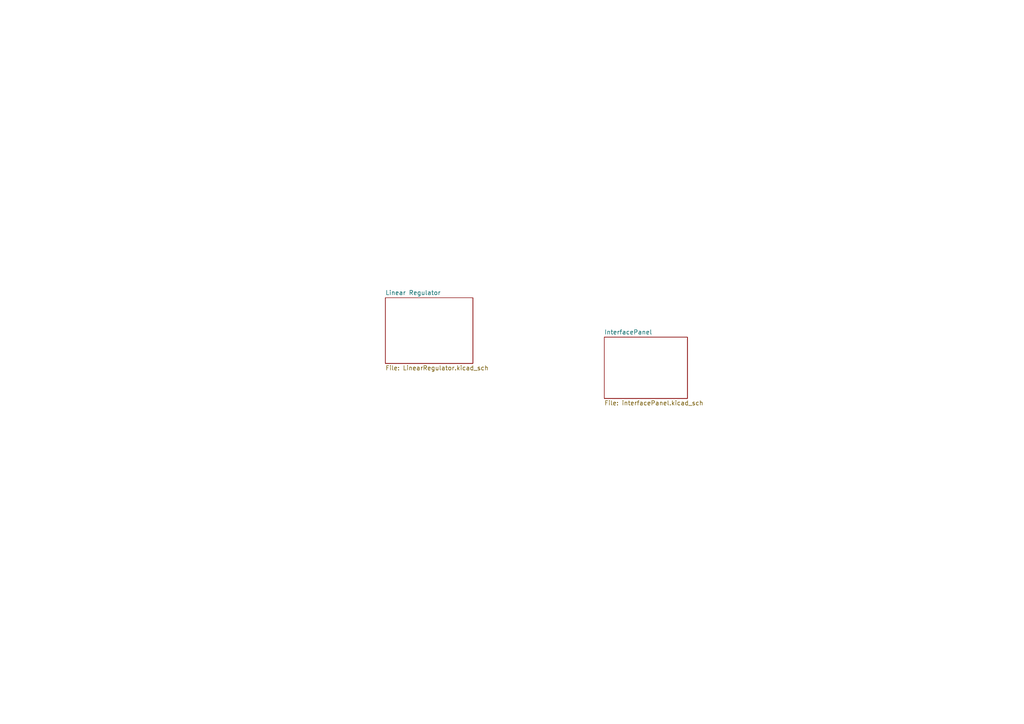
<source format=kicad_sch>
(kicad_sch
	(version 20231120)
	(generator "eeschema")
	(generator_version "8.0")
	(uuid "edc486fe-1e42-492d-8b72-1ef6d1a77d24")
	(paper "A4")
	(lib_symbols)
	(sheet
		(at 175.26 97.79)
		(size 24.13 17.78)
		(fields_autoplaced yes)
		(stroke
			(width 0.1524)
			(type solid)
		)
		(fill
			(color 0 0 0 0.0000)
		)
		(uuid "1ae9ab63-07f7-4582-92de-a1d2cbcbe852")
		(property "Sheetname" "InterfacePanel"
			(at 175.26 97.0784 0)
			(effects
				(font
					(size 1.27 1.27)
				)
				(justify left bottom)
			)
		)
		(property "Sheetfile" "interfacePanel.kicad_sch"
			(at 175.26 116.1546 0)
			(effects
				(font
					(size 1.27 1.27)
				)
				(justify left top)
			)
		)
		(instances
			(project "jd2oscope"
				(path "/edc486fe-1e42-492d-8b72-1ef6d1a77d24"
					(page "3")
				)
			)
		)
	)
	(sheet
		(at 111.76 86.36)
		(size 25.4 19.05)
		(fields_autoplaced yes)
		(stroke
			(width 0.1524)
			(type solid)
		)
		(fill
			(color 0 0 0 0.0000)
		)
		(uuid "4c16f695-eee7-429c-a04c-a2e6d9809b13")
		(property "Sheetname" "Linear Regulator"
			(at 111.76 85.6484 0)
			(effects
				(font
					(size 1.27 1.27)
				)
				(justify left bottom)
			)
		)
		(property "Sheetfile" "LinearRegulator.kicad_sch"
			(at 111.76 105.9946 0)
			(effects
				(font
					(size 1.27 1.27)
				)
				(justify left top)
			)
		)
		(instances
			(project "jd2oscope"
				(path "/edc486fe-1e42-492d-8b72-1ef6d1a77d24"
					(page "2")
				)
			)
		)
	)
	(sheet_instances
		(path "/"
			(page "1")
		)
	)
)

</source>
